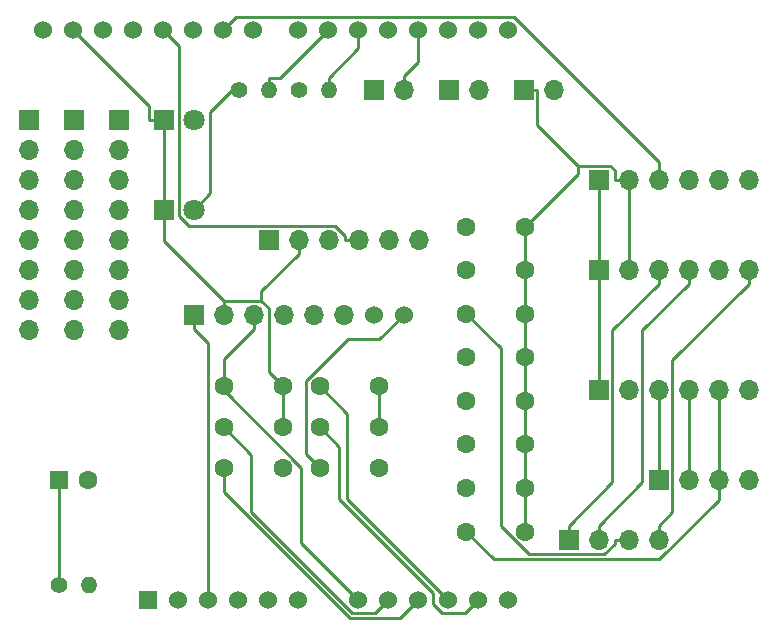
<source format=gbr>
G04 #@! TF.GenerationSoftware,KiCad,Pcbnew,(5.1.5-0-10_14)*
G04 #@! TF.CreationDate,2020-03-24T07:52:12+10:00*
G04 #@! TF.ProjectId,Arduino_NW_Template,41726475-696e-46f5-9f4e-575f54656d70,rev?*
G04 #@! TF.SameCoordinates,Original*
G04 #@! TF.FileFunction,Copper,L2,Bot*
G04 #@! TF.FilePolarity,Positive*
%FSLAX46Y46*%
G04 Gerber Fmt 4.6, Leading zero omitted, Abs format (unit mm)*
G04 Created by KiCad (PCBNEW (5.1.5-0-10_14)) date 2020-03-24 07:52:12*
%MOMM*%
%LPD*%
G04 APERTURE LIST*
%ADD10C,1.400000*%
%ADD11O,1.400000X1.400000*%
%ADD12R,1.700000X1.700000*%
%ADD13O,1.700000X1.700000*%
%ADD14C,1.524000*%
%ADD15C,1.800000*%
%ADD16R,1.800000X1.800000*%
%ADD17C,1.600000*%
%ADD18R,1.600000X1.600000*%
%ADD19R,1.524000X1.524000*%
%ADD20C,0.250000*%
G04 APERTURE END LIST*
D10*
X123810000Y-70866000D03*
D11*
X126350000Y-70866000D03*
D10*
X118730000Y-70866000D03*
D11*
X121270000Y-70866000D03*
D12*
X149210000Y-96266000D03*
D13*
X151750000Y-96266000D03*
X154290000Y-96266000D03*
X156830000Y-96266000D03*
X159370000Y-96266000D03*
X161910000Y-96266000D03*
D12*
X149210000Y-86106000D03*
D13*
X151750000Y-86106000D03*
X154290000Y-86106000D03*
X156830000Y-86106000D03*
X159370000Y-86106000D03*
X161910000Y-86106000D03*
X161910000Y-103886000D03*
X159370000Y-103886000D03*
X156830000Y-103886000D03*
D12*
X154290000Y-103886000D03*
D14*
X132700000Y-89916000D03*
X130160000Y-89916000D03*
D12*
X114920000Y-89916000D03*
D13*
X117460000Y-89916000D03*
X120000000Y-89916000D03*
X122540000Y-89916000D03*
X125080000Y-89916000D03*
X127620000Y-89916000D03*
X154290000Y-108966000D03*
X151750000Y-108966000D03*
X149210000Y-108966000D03*
D12*
X146670000Y-108966000D03*
D13*
X108570000Y-91186000D03*
X108570000Y-88646000D03*
X108570000Y-86106000D03*
X108570000Y-83566000D03*
X108570000Y-81026000D03*
X108570000Y-78486000D03*
X108570000Y-75946000D03*
D12*
X108570000Y-73406000D03*
D13*
X104760000Y-91186000D03*
X104760000Y-88646000D03*
X104760000Y-86106000D03*
X104760000Y-83566000D03*
X104760000Y-81026000D03*
X104760000Y-78486000D03*
X104760000Y-75946000D03*
D12*
X104760000Y-73406000D03*
D13*
X100950000Y-91186000D03*
X100950000Y-88646000D03*
X100950000Y-86106000D03*
X100950000Y-83566000D03*
X100950000Y-81026000D03*
X100950000Y-78486000D03*
X100950000Y-75946000D03*
D12*
X100950000Y-73406000D03*
X121270000Y-83566000D03*
D13*
X123810000Y-83566000D03*
X126350000Y-83566000D03*
X128890000Y-83566000D03*
X131430000Y-83566000D03*
X133970000Y-83566000D03*
X139050000Y-70866000D03*
D12*
X136510000Y-70866000D03*
D13*
X132700000Y-70866000D03*
D12*
X130160000Y-70866000D03*
D13*
X145400000Y-70866000D03*
D12*
X142860000Y-70866000D03*
D15*
X114920000Y-81026000D03*
D16*
X112380000Y-81026000D03*
D15*
X114920000Y-73406000D03*
D16*
X112380000Y-73406000D03*
D17*
X143020000Y-97188900D03*
X138020000Y-97188900D03*
X143020000Y-108246000D03*
X138020000Y-108246000D03*
X143020000Y-104560000D03*
X138020000Y-104560000D03*
X143020000Y-93503100D03*
X138020000Y-93503100D03*
X143020000Y-89817400D03*
X138020000Y-89817400D03*
X143020000Y-86131700D03*
X138020000Y-86131700D03*
X143020000Y-100875000D03*
X138020000Y-100875000D03*
X143020000Y-82446000D03*
X138020000Y-82446000D03*
X130610000Y-102856000D03*
X125610000Y-102856000D03*
X130610000Y-99406000D03*
X125610000Y-99406000D03*
X130610000Y-95956000D03*
X125610000Y-95956000D03*
X122460000Y-102856000D03*
X117460000Y-102856000D03*
X122460000Y-99406000D03*
X117460000Y-99406000D03*
X122460000Y-95956000D03*
X117460000Y-95956000D03*
D12*
X149210000Y-78486000D03*
D13*
X151750000Y-78486000D03*
X154290000Y-78486000D03*
X156830000Y-78486000D03*
X159370000Y-78486000D03*
X161910000Y-78486000D03*
D10*
X103490000Y-112776000D03*
D11*
X106030000Y-112776000D03*
D18*
X103490000Y-103886000D03*
D17*
X105990000Y-103886000D03*
D14*
X102177000Y-65782000D03*
X104717000Y-65782000D03*
X107257000Y-65782000D03*
X109797000Y-65782000D03*
X112337000Y-65782000D03*
X114877000Y-65782000D03*
X117417000Y-65782000D03*
X119957000Y-65782000D03*
X123767000Y-65782000D03*
X126307000Y-65782000D03*
X128847000Y-65782000D03*
X131387000Y-65782000D03*
X133927000Y-65782000D03*
X136467000Y-65782000D03*
X139007000Y-65782000D03*
X141547000Y-65782000D03*
X141547000Y-114042000D03*
X139007000Y-114042000D03*
X136467000Y-114042000D03*
X133927000Y-114042000D03*
X131387000Y-114042000D03*
X128847000Y-114042000D03*
X123767000Y-114042000D03*
X121227000Y-114042000D03*
X118687000Y-114042000D03*
X116147000Y-114042000D03*
X113607000Y-114042000D03*
D19*
X111067000Y-114042000D03*
D20*
X143020000Y-104560000D02*
X143020000Y-108246000D01*
X143020000Y-100875000D02*
X143020000Y-104560000D01*
X143020000Y-82446000D02*
X147468800Y-77997200D01*
X147468800Y-77997200D02*
X147468800Y-77265200D01*
X147468800Y-77265200D02*
X144035300Y-73831700D01*
X144035300Y-73831700D02*
X144035300Y-70866000D01*
X150574700Y-78486000D02*
X150574700Y-77639700D01*
X150574700Y-77639700D02*
X150200200Y-77265200D01*
X150200200Y-77265200D02*
X147468800Y-77265200D01*
X143020000Y-82446000D02*
X143020000Y-86131700D01*
X151750000Y-78486000D02*
X150574700Y-78486000D01*
X151750000Y-78486000D02*
X151750000Y-86106000D01*
X142860000Y-70866000D02*
X144035300Y-70866000D01*
X120670200Y-88740700D02*
X120670200Y-87881100D01*
X120670200Y-87881100D02*
X123810000Y-84741300D01*
X122460000Y-95956000D02*
X121270000Y-94766000D01*
X121270000Y-94766000D02*
X121270000Y-89340500D01*
X121270000Y-89340500D02*
X120670200Y-88740700D01*
X120670200Y-88740700D02*
X117460000Y-88740700D01*
X123810000Y-83566000D02*
X123810000Y-84741300D01*
X122460000Y-99406000D02*
X122460000Y-95956000D01*
X117460000Y-89916000D02*
X117460000Y-88740700D01*
X112380000Y-81026000D02*
X112380000Y-83660700D01*
X112380000Y-83660700D02*
X117460000Y-88740700D01*
X112380000Y-73406000D02*
X112380000Y-81026000D01*
X130610000Y-99406000D02*
X130610000Y-95956000D01*
X112380000Y-73406000D02*
X111154700Y-73406000D01*
X111154700Y-73406000D02*
X111154700Y-72219700D01*
X111154700Y-72219700D02*
X104717000Y-65782000D01*
X143020000Y-97188900D02*
X143020000Y-93503100D01*
X143020000Y-100875000D02*
X143020000Y-97188900D01*
X143020000Y-89817400D02*
X143020000Y-93503100D01*
X143020000Y-86131700D02*
X143020000Y-89817400D01*
X103490000Y-103886000D02*
X103490000Y-112776000D01*
X126350000Y-70866000D02*
X126350000Y-69840700D01*
X128847000Y-65782000D02*
X128847000Y-67343700D01*
X128847000Y-67343700D02*
X126350000Y-69840700D01*
X114920000Y-89916000D02*
X114920000Y-91091300D01*
X116147000Y-114042000D02*
X116147000Y-92318300D01*
X116147000Y-92318300D02*
X114920000Y-91091300D01*
X149210000Y-86106000D02*
X149210000Y-96266000D01*
X149210000Y-78486000D02*
X149210000Y-86106000D01*
X120000000Y-89916000D02*
X120000000Y-91091300D01*
X117460000Y-95956000D02*
X117460000Y-93631300D01*
X117460000Y-93631300D02*
X120000000Y-91091300D01*
X128847000Y-114042000D02*
X124035100Y-109230100D01*
X124035100Y-109230100D02*
X124035100Y-102831100D01*
X124035100Y-102831100D02*
X117460000Y-96256000D01*
X117460000Y-96256000D02*
X117460000Y-95956000D01*
X131387000Y-114042000D02*
X130284600Y-115144400D01*
X130284600Y-115144400D02*
X128340500Y-115144400D01*
X128340500Y-115144400D02*
X119784600Y-106588500D01*
X119784600Y-106588500D02*
X119784600Y-101730600D01*
X119784600Y-101730600D02*
X117460000Y-99406000D01*
X133927000Y-114042000D02*
X132368600Y-115600400D01*
X132368600Y-115600400D02*
X128159600Y-115600400D01*
X128159600Y-115600400D02*
X117460000Y-104900800D01*
X117460000Y-104900800D02*
X117460000Y-102856000D01*
X136467000Y-114042000D02*
X127934600Y-105509600D01*
X127934600Y-105509600D02*
X127934600Y-98280600D01*
X127934600Y-98280600D02*
X125610000Y-95956000D01*
X139007000Y-114042000D02*
X137917400Y-115131600D01*
X137917400Y-115131600D02*
X135954200Y-115131600D01*
X135954200Y-115131600D02*
X135197000Y-114374400D01*
X135197000Y-114374400D02*
X135197000Y-113408900D01*
X135197000Y-113408900D02*
X127269100Y-105481000D01*
X127269100Y-105481000D02*
X127269100Y-101065100D01*
X127269100Y-101065100D02*
X125610000Y-99406000D01*
X125610000Y-102856000D02*
X124445300Y-101691300D01*
X124445300Y-101691300D02*
X124445300Y-95507900D01*
X124445300Y-95507900D02*
X127997600Y-91955600D01*
X127997600Y-91955600D02*
X130660400Y-91955600D01*
X130660400Y-91955600D02*
X132700000Y-89916000D01*
X146670000Y-108966000D02*
X146670000Y-107790700D01*
X154290000Y-86106000D02*
X154290000Y-87281300D01*
X154290000Y-87281300D02*
X150385300Y-91186000D01*
X150385300Y-91186000D02*
X150385300Y-104075400D01*
X150385300Y-104075400D02*
X146670000Y-107790700D01*
X156830000Y-86106000D02*
X156830000Y-87281300D01*
X149210000Y-108966000D02*
X149210000Y-107790700D01*
X149210000Y-107790700D02*
X152925300Y-104075400D01*
X152925300Y-104075400D02*
X152925300Y-91186000D01*
X152925300Y-91186000D02*
X156830000Y-87281300D01*
X154290000Y-103886000D02*
X154290000Y-96266000D01*
X151750000Y-108966000D02*
X150574700Y-108966000D01*
X138020000Y-89817400D02*
X140942800Y-92740200D01*
X140942800Y-92740200D02*
X140942800Y-107806300D01*
X140942800Y-107806300D02*
X143288900Y-110152400D01*
X143288900Y-110152400D02*
X149695800Y-110152400D01*
X149695800Y-110152400D02*
X150574700Y-109273500D01*
X150574700Y-109273500D02*
X150574700Y-108966000D01*
X156830000Y-103886000D02*
X156830000Y-96266000D01*
X161910000Y-86106000D02*
X161910000Y-87281300D01*
X154290000Y-108966000D02*
X154290000Y-107790700D01*
X154290000Y-107790700D02*
X155465300Y-106615400D01*
X155465300Y-106615400D02*
X155465300Y-93726000D01*
X155465300Y-93726000D02*
X161910000Y-87281300D01*
X138020000Y-108246000D02*
X140376700Y-110602700D01*
X140376700Y-110602700D02*
X154317700Y-110602700D01*
X154317700Y-110602700D02*
X159370000Y-105550400D01*
X159370000Y-105550400D02*
X159370000Y-103886000D01*
X159370000Y-103886000D02*
X159370000Y-96266000D01*
X114920000Y-81026000D02*
X116347100Y-79598900D01*
X116347100Y-79598900D02*
X116347100Y-72709400D01*
X116347100Y-72709400D02*
X118190500Y-70866000D01*
X118190500Y-70866000D02*
X118730000Y-70866000D01*
X132700000Y-70866000D02*
X132700000Y-69690700D01*
X133927000Y-65782000D02*
X133927000Y-68463700D01*
X133927000Y-68463700D02*
X132700000Y-69690700D01*
X117417000Y-65782000D02*
X118544100Y-64654900D01*
X118544100Y-64654900D02*
X142026400Y-64654900D01*
X142026400Y-64654900D02*
X154290000Y-76918500D01*
X154290000Y-76918500D02*
X154290000Y-78486000D01*
X128890000Y-83566000D02*
X127714700Y-83566000D01*
X112337000Y-65782000D02*
X113683000Y-67128000D01*
X113683000Y-67128000D02*
X113683000Y-81532500D01*
X113683000Y-81532500D02*
X114541200Y-82390700D01*
X114541200Y-82390700D02*
X126906800Y-82390700D01*
X126906800Y-82390700D02*
X127714700Y-83198600D01*
X127714700Y-83198600D02*
X127714700Y-83566000D01*
X121270000Y-70866000D02*
X121270000Y-69840700D01*
X126307000Y-65782000D02*
X122248300Y-69840700D01*
X122248300Y-69840700D02*
X121270000Y-69840700D01*
M02*

</source>
